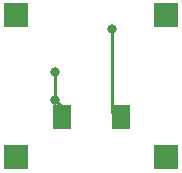
<source format=gtl>
G04 #@! TF.GenerationSoftware,KiCad,Pcbnew,8.0.8*
G04 #@! TF.CreationDate,2025-02-24T20:20:40+01:00*
G04 #@! TF.ProjectId,amoeba-ulp,616d6f65-6261-42d7-956c-702e6b696361,rev?*
G04 #@! TF.SameCoordinates,Original*
G04 #@! TF.FileFunction,Copper,L1,Top*
G04 #@! TF.FilePolarity,Positive*
%FSLAX46Y46*%
G04 Gerber Fmt 4.6, Leading zero omitted, Abs format (unit mm)*
G04 Created by KiCad (PCBNEW 8.0.8) date 2025-02-24 20:20:40*
%MOMM*%
%LPD*%
G01*
G04 APERTURE LIST*
G04 #@! TA.AperFunction,SMDPad,CuDef*
%ADD10R,1.550000X2.000000*%
G04 #@! TD*
G04 #@! TA.AperFunction,SMDPad,CuDef*
%ADD11R,2.000000X2.000000*%
G04 #@! TD*
G04 #@! TA.AperFunction,ViaPad*
%ADD12C,0.800000*%
G04 #@! TD*
G04 #@! TA.AperFunction,Conductor*
%ADD13C,0.250000*%
G04 #@! TD*
G04 APERTURE END LIST*
D10*
X104600000Y-109050000D03*
X109600000Y-109050000D03*
D11*
X100750000Y-100400000D03*
X100750000Y-112400000D03*
X113450000Y-100400000D03*
X113450000Y-112400000D03*
D12*
X108900000Y-101600000D03*
X104000000Y-105200000D03*
X104000000Y-107600000D03*
D13*
X104000000Y-107600000D02*
X104000000Y-105200000D01*
X108900000Y-108700000D02*
X108900000Y-101600000D01*
X104600000Y-108200000D02*
X104600000Y-109050000D01*
X104000000Y-107600000D02*
X104600000Y-108200000D01*
M02*

</source>
